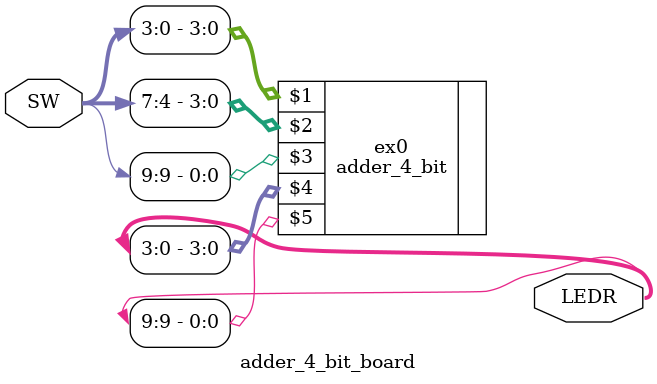
<source format=v>
module adder_4_bit_board(
	input [9:0] SW,
	output [9:0] LEDR);
	
	wire [2:0] c;
	
	/* adder_1_bit ex0(SW[0],SW[4],SW[9],LEDR[0],c[0]);
	adder_1_bit ex1(SW[1],SW[5],c[0],LEDR[1],c[1]);
	adder_1_bit ex2(SW[2],SW[6],c[1],LEDR[2],c[2]);
	adder_1_bit ex3(SW[3],SW[7],c[2],LEDR[3],LEDR[9]); */
	
	adder_4_bit ex0(SW[3:0],SW[7:4],SW[9],LEDR[3:0],LEDR[9]);
	
endmodule
</source>
